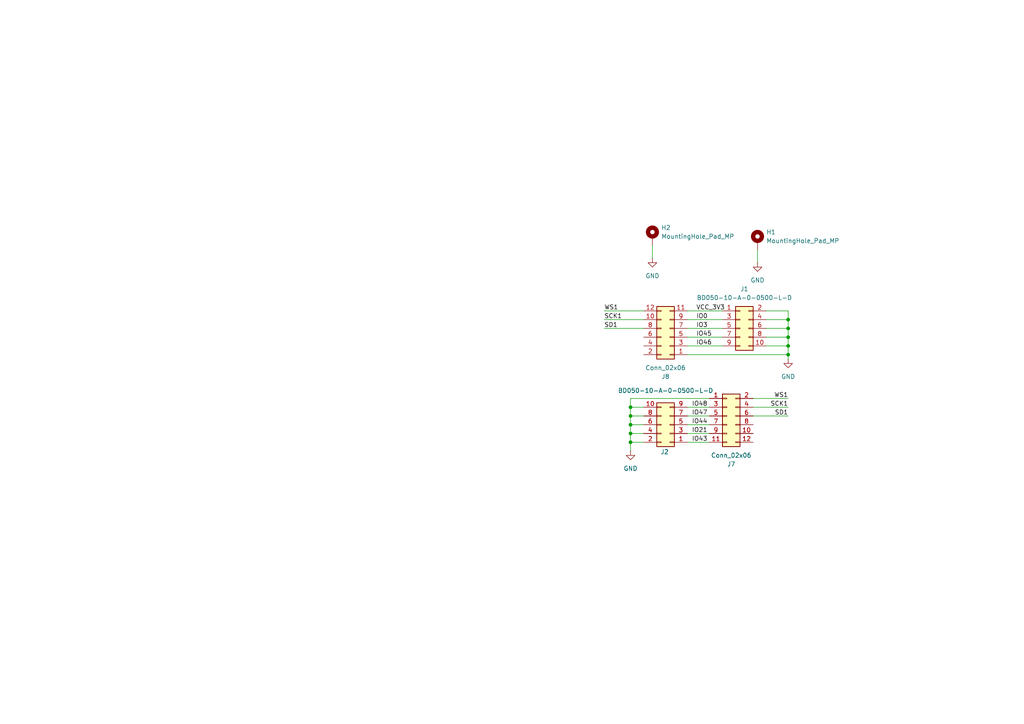
<source format=kicad_sch>
(kicad_sch (version 20231120) (generator "eeschema") (generator_version "8.0")
  (paper "A4")
  (title_block (title "ESP32 S3 IRL Subtitles Glasses") (rev "3.1"))
  (lib_symbols
    (symbol "Connector_Generic:Conn_02x05_Odd_Even" (pin_names (offset 1.016) hide)
      (property "Reference" "J" (at 1.27 7.62 0))
      (property "Value" "Conn_02x05_Odd_Even" (at 1.27 -7.62 0))
      (symbol "Conn_02x05_Odd_Even_1_1"
        (rectangle (start -1.27 -4.953) (end 0 -5.207) (stroke (width 0.1524)))
        (rectangle (start -1.27 -2.413) (end 0 -2.667) (stroke (width 0.1524)))
        (rectangle (start -1.27 0.127) (end 0 -0.127) (stroke (width 0.1524)))
        (rectangle (start -1.27 2.667) (end 0 2.413) (stroke (width 0.1524)))
        (rectangle (start -1.27 5.207) (end 0 4.953) (stroke (width 0.1524)))
        (rectangle (start -1.27 6.35) (end 3.81 -6.35) (stroke (width 0.254)) (fill (type background)))
        (rectangle (start 3.81 -4.953) (end 2.54 -5.207) (stroke (width 0.1524)))
        (rectangle (start 3.81 -2.413) (end 2.54 -2.667) (stroke (width 0.1524)))
        (rectangle (start 3.81 0.127) (end 2.54 -0.127) (stroke (width 0.1524)))
        (rectangle (start 3.81 2.667) (end 2.54 2.413) (stroke (width 0.1524)))
        (rectangle (start 3.81 5.207) (end 2.54 4.953) (stroke (width 0.1524)))
        (pin passive line (at -5.08 5.08 0) (length 3.81) (name "Pin_1") (number "1"))
        (pin passive line (at 7.62 -5.08 180) (length 3.81) (name "Pin_10") (number "10"))
        (pin passive line (at 7.62 5.08 180) (length 3.81) (name "Pin_2") (number "2"))
        (pin passive line (at -5.08 2.54 0) (length 3.81) (name "Pin_3") (number "3"))
        (pin passive line (at 7.62 2.54 180) (length 3.81) (name "Pin_4") (number "4"))
        (pin passive line (at -5.08 0 0) (length 3.81) (name "Pin_5") (number "5"))
        (pin passive line (at 7.62 0 180) (length 3.81) (name "Pin_6") (number "6"))
        (pin passive line (at -5.08 -2.54 0) (length 3.81) (name "Pin_7") (number "7"))
        (pin passive line (at 7.62 -2.54 180) (length 3.81) (name "Pin_8") (number "8"))
        (pin passive line (at -5.08 -5.08 0) (length 3.81) (name "Pin_9") (number "9"))
      )
    )
    (symbol "Connector_Generic:Conn_02x06_Odd_Even" (pin_names (offset 1.016) hide)
      (property "Reference" "J" (at 1.27 7.62 0))
      (property "Value" "Conn_02x06_Odd_Even" (at 1.27 -10.16 0))
      (symbol "Conn_02x06_Odd_Even_1_1"
        (rectangle (start -1.27 -7.493) (end 0 -7.747) (stroke (width 0.1524)))
        (rectangle (start -1.27 -4.953) (end 0 -5.207) (stroke (width 0.1524)))
        (rectangle (start -1.27 -2.413) (end 0 -2.667) (stroke (width 0.1524)))
        (rectangle (start -1.27 0.127) (end 0 -0.127) (stroke (width 0.1524)))
        (rectangle (start -1.27 2.667) (end 0 2.413) (stroke (width 0.1524)))
        (rectangle (start -1.27 5.207) (end 0 4.953) (stroke (width 0.1524)))
        (rectangle (start -1.27 6.35) (end 3.81 -8.89) (stroke (width 0.254)) (fill (type background)))
        (rectangle (start 3.81 -7.493) (end 2.54 -7.747) (stroke (width 0.1524)))
        (rectangle (start 3.81 -4.953) (end 2.54 -5.207) (stroke (width 0.1524)))
        (rectangle (start 3.81 -2.413) (end 2.54 -2.667) (stroke (width 0.1524)))
        (rectangle (start 3.81 0.127) (end 2.54 -0.127) (stroke (width 0.1524)))
        (rectangle (start 3.81 2.667) (end 2.54 2.413) (stroke (width 0.1524)))
        (rectangle (start 3.81 5.207) (end 2.54 4.953) (stroke (width 0.1524)))
        (pin passive line (at -5.08 5.08 0) (length 3.81) (name "Pin_1") (number "1"))
        (pin passive line (at 7.62 -5.08 180) (length 3.81) (name "Pin_10") (number "10"))
        (pin passive line (at -5.08 -7.62 0) (length 3.81) (name "Pin_11") (number "11"))
        (pin passive line (at 7.62 -7.62 180) (length 3.81) (name "Pin_12") (number "12"))
        (pin passive line (at 7.62 5.08 180) (length 3.81) (name "Pin_2") (number "2"))
        (pin passive line (at -5.08 2.54 0) (length 3.81) (name "Pin_3") (number "3"))
        (pin passive line (at 7.62 2.54 180) (length 3.81) (name "Pin_4") (number "4"))
        (pin passive line (at -5.08 0 0) (length 3.81) (name "Pin_5") (number "5"))
        (pin passive line (at 7.62 0 180) (length 3.81) (name "Pin_6") (number "6"))
        (pin passive line (at -5.08 -2.54 0) (length 3.81) (name "Pin_7") (number "7"))
        (pin passive line (at 7.62 -2.54 180) (length 3.81) (name "Pin_8") (number "8"))
        (pin passive line (at -5.08 -5.08 0) (length 3.81) (name "Pin_9") (number "9"))
      )
    )
    (symbol "Mechanical:MountingHole_Pad_MP" (pin_numbers hide) (pin_names (offset 1.016) hide) (exclude_from_sim yes) (in_bom no)
      (property "Reference" "H" (at 0 6.35 0))
      (property "Value" "MountingHole_Pad_MP" (at 0 4.445 0))
      (symbol "MountingHole_Pad_MP_0_1"
        (circle (center 0 1.27) (radius 1.27) (stroke (width 1.27)))
      )
      (symbol "MountingHole_Pad_MP_1_1"
        (pin input line (at 0 -2.54 90) (length 2.54) (name "MP") (number "MP"))
      )
    )
    (symbol "power:GND" (power) (pin_numbers hide) (pin_names (offset 0) hide)
      (property "Value" "GND" (at 0 -3.81 0))
      (symbol "GND_0_1"
        (polyline (pts (xy 0 0) (xy 0 -1.27) (xy 1.27 -1.27) (xy 0 -2.54) (xy -1.27 -1.27) (xy 0 -1.27)))
      )
      (symbol "GND_1_1"
        (pin power_in line (at 0 0 270) (length 0) (name "~") (number "1"))
      )
    )
  )
  (junction (at 228.6 92.71))
  (junction (at 182.88 125.73))
  (junction (at 228.6 97.79))
  (junction (at 182.88 118.11))
  (junction (at 182.88 123.19))
  (junction (at 228.6 102.87))
  (junction (at 228.6 95.25))
  (junction (at 182.88 128.27))
  (junction (at 182.88 120.65))
  (junction (at 228.6 100.33))
  (wire (pts (xy 218.44 115.57) (xy 228.6 115.57)))
  (wire (pts (xy 222.25 92.71) (xy 228.6 92.71)))
  (wire (pts (xy 175.26 90.17) (xy 186.69 90.17)))
  (wire (pts (xy 186.69 125.73) (xy 182.88 125.73)))
  (wire (pts (xy 182.88 128.27) (xy 182.88 130.81)))
  (wire (pts (xy 189.23 74.93) (xy 189.23 71.12)))
  (wire (pts (xy 199.39 102.87) (xy 228.6 102.87)))
  (wire (pts (xy 182.88 123.19) (xy 182.88 125.73)))
  (wire (pts (xy 228.6 97.79) (xy 228.6 100.33)))
  (wire (pts (xy 218.44 120.65) (xy 228.6 120.65)))
  (wire (pts (xy 228.6 95.25) (xy 228.6 97.79)))
  (wire (pts (xy 182.88 120.65) (xy 182.88 123.19)))
  (wire (pts (xy 218.44 118.11) (xy 228.6 118.11)))
  (wire (pts (xy 186.69 118.11) (xy 182.88 118.11)))
  (wire (pts (xy 222.25 100.33) (xy 228.6 100.33)))
  (wire (pts (xy 228.6 92.71) (xy 228.6 95.25)))
  (wire (pts (xy 182.88 118.11) (xy 182.88 120.65)))
  (wire (pts (xy 186.69 120.65) (xy 182.88 120.65)))
  (wire (pts (xy 199.39 128.27) (xy 205.74 128.27)))
  (wire (pts (xy 186.69 128.27) (xy 182.88 128.27)))
  (wire (pts (xy 228.6 100.33) (xy 228.6 102.87)))
  (wire (pts (xy 182.88 115.57) (xy 182.88 118.11)))
  (wire (pts (xy 228.6 90.17) (xy 228.6 92.71)))
  (wire (pts (xy 199.39 120.65) (xy 205.74 120.65)))
  (wire (pts (xy 228.6 102.87) (xy 228.6 104.14)))
  (wire (pts (xy 199.39 123.19) (xy 205.74 123.19)))
  (wire (pts (xy 175.26 92.71) (xy 186.69 92.71)))
  (wire (pts (xy 222.25 97.79) (xy 228.6 97.79)))
  (wire (pts (xy 199.39 125.73) (xy 205.74 125.73)))
  (wire (pts (xy 175.26 95.25) (xy 186.69 95.25)))
  (wire (pts (xy 199.39 90.17) (xy 209.55 90.17)))
  (wire (pts (xy 219.71 76.2) (xy 219.71 72.39)))
  (wire (pts (xy 182.88 125.73) (xy 182.88 128.27)))
  (wire (pts (xy 205.74 115.57) (xy 182.88 115.57)))
  (wire (pts (xy 199.39 118.11) (xy 205.74 118.11)))
  (wire (pts (xy 222.25 95.25) (xy 228.6 95.25)))
  (wire (pts (xy 186.69 123.19) (xy 182.88 123.19)))
  (wire (pts (xy 199.39 97.79) (xy 209.55 97.79)))
  (wire (pts (xy 199.39 92.71) (xy 209.55 92.71)))
  (wire (pts (xy 222.25 90.17) (xy 228.6 90.17)))
  (wire (pts (xy 199.39 100.33) (xy 209.55 100.33)))
  (wire (pts (xy 199.39 95.25) (xy 209.55 95.25)))
  (label "WS1" (at 228.6 115.57 180))
  (label "IO3" (at 201.93 95.25 0))
  (label "IO46" (at 201.93 100.33 0))
  (label "VCC_3V3" (at 201.93 90.17 0))
  (label "IO43" (at 200.66 128.27 0))
  (label "IO45" (at 201.93 97.79 0))
  (label "WS1" (at 175.26 90.17 0))
  (label "SD1" (at 175.26 95.25 0))
  (label "SD1" (at 228.6 120.65 180))
  (label "IO48" (at 200.66 118.11 0))
  (label "IO47" (at 200.66 120.65 0))
  (label "SCK1" (at 228.6 118.11 180))
  (label "IO0" (at 201.93 92.71 0))
  (label "IO21" (at 200.66 125.73 0))
  (label "SCK1" (at 175.26 92.71 0))
  (label "IO44" (at 200.66 123.19 0))
  (symbol (lib_id "Mechanical:MountingHole_Pad_MP") (at 219.71 69.85 0) (unit 1) (exclude_from_sim yes) (in_bom no)
    (property "Reference" "H1" (at 222.25 67.3099 0) (effects (justify left)))
    (property "Value" "MountingHole_Pad_MP" (at 222.25 69.8499 0) (effects (justify left)))
    (property "Footprint" "MountingHole:MountingHole_2.2mm_M2_DIN965_Pad" (effects (hide yes)))
    (property "Description" "Mounting Hole with connection as pad named MP" (effects (hide yes)))
  )
  (symbol (lib_id "Mechanical:MountingHole_Pad_MP") (at 189.23 68.58 0) (unit 1) (exclude_from_sim yes) (in_bom no)
    (property "Reference" "H2" (at 191.77 66.0399 0) (effects (justify left)))
    (property "Value" "MountingHole_Pad_MP" (at 191.77 68.5799 0) (effects (justify left)))
    (property "Footprint" "MountingHole:MountingHole_2.2mm_M2_DIN965_Pad" (effects (hide yes)))
    (property "Description" "Mounting Hole with connection as pad named MP" (effects (hide yes)))
  )
  (symbol (lib_id "power:GND") (at 189.23 74.93 0) (unit 1)
    (property "Reference" "#PWR02" (effects (hide yes)))
    (property "Value" "GND" (at 189.23 80.01 0))
    (property "Description" "Power symbol creates a global label with name \"GND\" , ground" (effects (hide yes)))
  )
  (symbol (lib_id "Connector_Generic:Conn_02x05_Odd_Even") (at 214.63 95.25 0) (unit 1)
    (property "Reference" "J1" (at 215.9 83.82 0))
    (property "Value" "BD050-10-A-0-0500-L-D" (at 215.9 86.36 0))
    (property "Footprint" "Through_hole_pin_socket:GCT_BD050-10-A-1-0500-L-D" (effects (hide yes)))
    (property "Description" "Generic connector, double row, 02x05, odd/even pin numbering scheme (row 1 odd numbers, row 2 even numbers), script generated (kicad-library-utils/schlib/autogen/connector/)" (effects (hide yes)))
    (property "MANUFACTURER" "SAMTEC" (effects (hide yes)))
  )
  (symbol (lib_id "power:GND") (at 219.71 76.2 0) (unit 1)
    (property "Reference" "#PWR01" (effects (hide yes)))
    (property "Value" "GND" (at 219.71 81.28 0))
    (property "Description" "Power symbol creates a global label with name \"GND\" , ground" (effects (hide yes)))
  )
  (symbol (lib_id "power:GND") (at 182.88 130.81 0) (unit 1)
    (property "Reference" "#PWR022" (effects (hide yes)))
    (property "Value" "GND" (at 182.88 135.89 0))
    (property "Description" "Power symbol creates a global label with name \"GND\" , ground" (effects (hide yes)))
  )
  (symbol (lib_id "power:GND") (at 228.6 104.14 0) (unit 1)
    (property "Reference" "#PWR021" (effects (hide yes)))
    (property "Value" "GND" (at 228.6 109.22 0))
    (property "Description" "Power symbol creates a global label with name \"GND\" , ground" (effects (hide yes)))
  )
  (symbol (lib_id "Connector_Generic:Conn_02x06_Odd_Even") (at 210.82 120.65 0) (unit 1)
    (property "Reference" "J7" (at 212.09 134.62 0))
    (property "Value" "Conn_02x06" (at 212.09 132.08 0))
    (property "Footprint" "Connector_PinHeader_2.54mm:PinHeader_2x06_P2.54mm_Vertical" (effects (hide yes)))
    (property "Description" "Generic connector, double row, 02x06, odd/even pin numbering scheme (row 1 odd numbers, row 2 even numbers), script generated (kicad-library-utils/schlib/autogen/connector/)" (effects (hide yes)))
  )
  (symbol (lib_id "Connector_Generic:Conn_02x06_Odd_Even") (at 194.31 97.79 180) (unit 1)
    (property "Reference" "J8" (at 193.04 109.22 0))
    (property "Value" "Conn_02x06" (at 193.04 106.68 0))
    (property "Footprint" "Connector_PinHeader_2.54mm:PinHeader_2x06_P2.54mm_Vertical" (effects (hide yes)))
    (property "Description" "Generic connector, double row, 02x06, odd/even pin numbering scheme (row 1 odd numbers, row 2 even numbers), script generated (kicad-library-utils/schlib/autogen/connector/)" (effects (hide yes)))
  )
  (symbol (lib_id "Connector_Generic:Conn_02x05_Odd_Even") (at 194.31 123.19 180) (unit 1)
    (property "Reference" "J2" (at 192.786 131.064 0))
    (property "Value" "BD050-10-A-0-0500-L-D" (at 193.04 113.284 0))
    (property "Footprint" "Through_hole_pin_socket:GCT_BD050-10-A-1-0500-L-D" (effects (hide yes)))
    (property "Description" "Generic connector, double row, 02x05, odd/even pin numbering scheme (row 1 odd numbers, row 2 even numbers), script generated (kicad-library-utils/schlib/autogen/connector/)" (effects (hide yes)))
    (property "MANUFACTURER" "SAMTEC" (effects (hide yes)))
  )
)
</source>
